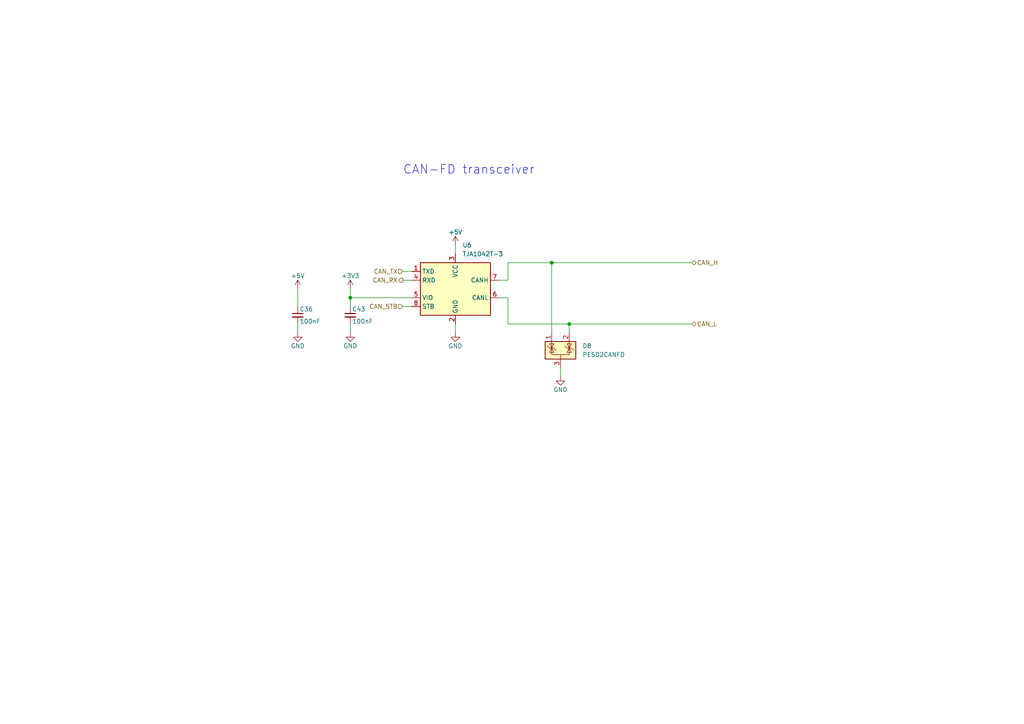
<source format=kicad_sch>
(kicad_sch (version 20211123) (generator eeschema)
  (paper "A4")
  (title_block (title "BMS 16S Control Board") (date "2022-03-15") (rev "0.2") (company "Libre Solar Technologies GmbH") (comment 1 "Website: https://libre.solar") (comment 2 "Author: Martin Jäger") (comment 3 "License: CERN-OHL-W"))
  (lib_symbols
    (symbol "Interface_CAN_LIN:TJA1042T-3"
      (property "Reference" "U" (at -10.16 8.89 0))
      (property "Value" "TJA1042T-3" (at 1.27 8.89 0))
      (symbol "TJA1042T-3_0_1"
        (rectangle (start -10.16 7.62) (end 10.16 -7.62) (stroke (width 0.254)) (fill (type background)))
      )
      (symbol "TJA1042T-3_1_1"
        (pin input line (at -12.7 5.08 0) (length 2.54) (name "TXD") (number "1"))
        (pin power_in line (at 0 -10.16 90) (length 2.54) (name "GND") (number "2"))
        (pin power_in line (at 0 10.16 270) (length 2.54) (name "VCC") (number "3"))
        (pin output line (at -12.7 2.54 0) (length 2.54) (name "RXD") (number "4"))
        (pin power_in line (at -12.7 -2.54 0) (length 2.54) (name "VIO") (number "5"))
        (pin bidirectional line (at 12.7 -2.54 180) (length 2.54) (name "CANL") (number "6"))
        (pin bidirectional line (at 12.7 2.54 180) (length 2.54) (name "CANH") (number "7"))
        (pin input line (at -12.7 -5.08 0) (length 2.54) (name "STB") (number "8"))
      )
    )
    (symbol "LibreSolar:C" (pin_numbers hide) (pin_names (offset 0.254) hide)
      (property "Reference" "C" (at 0.635 1.905 0))
      (property "Value" "C" (at 0.635 -1.905 0))
      (symbol "C_0_1"
        (polyline (pts (xy -1.524 -0.508) (xy 1.524 -0.508)) (stroke (width 0.3302)))
        (polyline (pts (xy -1.524 0.508) (xy 0 0.508) (xy 1.524 0.508)) (stroke (width 0.3048)))
      )
      (symbol "C_1_1"
        (pin passive line (at 0 2.54 270) (length 1.905) (name "~") (number "1"))
        (pin passive line (at 0 -2.54 90) (length 2.032) (name "~") (number "2"))
      )
    )
    (symbol "Power_Protection:NUP2105L" (pin_names hide)
      (property "Reference" "D" (at 5.715 2.54 0))
      (property "Value" "NUP2105L" (at 5.715 0.635 0))
      (symbol "NUP2105L_0_0"
        (pin passive line (at 0 -5.08 90) (length 2.54) (name "A") (number "3"))
      )
      (symbol "NUP2105L_0_1"
        (rectangle (start -4.445 2.54) (end 4.445 -2.54) (stroke (width 0.254)) (fill (type background)))
        (polyline (pts (xy -2.54 2.54) (xy -2.54 0.635)))
        (polyline (pts (xy 0 -1.27) (xy 0 -2.54)))
        (polyline (pts (xy 2.54 2.54) (xy 2.54 0.635)))
        (polyline (pts (xy -3.81 1.27) (xy -3.175 0.635) (xy -1.905 0.635) (xy -1.27 0)))
        (polyline (pts (xy -2.54 0.635) (xy -2.54 -1.27) (xy 2.54 -1.27) (xy 2.54 0.635)))
        (polyline (pts (xy -2.54 0.635) (xy -1.905 -0.635) (xy -3.175 -0.635) (xy -2.54 0.635)))
        (polyline (pts (xy 2.54 0.635) (xy 1.905 -0.635) (xy 3.175 -0.635) (xy 2.54 0.635)))
        (polyline (pts (xy 2.54 0.635) (xy 3.175 1.905) (xy 1.905 1.905) (xy 2.54 0.635)))
        (polyline (pts (xy -2.54 0.635) (xy -3.175 1.905) (xy -1.905 1.905) (xy -2.54 0.635) (xy -2.54 1.27)))
        (polyline (pts (xy 1.27 1.27) (xy 1.905 0.635) (xy 2.54 0.635) (xy 3.175 0.635) (xy 3.81 0)))
      )
      (symbol "NUP2105L_1_1"
        (pin passive line (at -2.54 5.08 270) (length 2.54) (name "K") (number "1"))
        (pin passive line (at 2.54 5.08 270) (length 2.54) (name "K") (number "2"))
      )
    )
    (symbol "power:+3.3V" (power) (pin_names (offset 0))
      (property "Value" "+3.3V" (at 0 3.556 0))
      (symbol "+3.3V_0_1"
        (polyline (pts (xy -0.762 1.27) (xy 0 2.54)))
        (polyline (pts (xy 0 0) (xy 0 2.54)))
        (polyline (pts (xy 0 2.54) (xy 0.762 1.27)))
      )
      (symbol "+3.3V_1_1"
        (pin power_in line (at 0 0 90) (length 0) hide (name "+3V3") (number "1"))
      )
    )
    (symbol "power:+5V" (power) (pin_names (offset 0))
      (property "Value" "+5V" (at 0 3.556 0))
      (symbol "+5V_0_1"
        (polyline (pts (xy -0.762 1.27) (xy 0 2.54)))
        (polyline (pts (xy 0 0) (xy 0 2.54)))
        (polyline (pts (xy 0 2.54) (xy 0.762 1.27)))
      )
      (symbol "+5V_1_1"
        (pin power_in line (at 0 0 90) (length 0) hide (name "+5V") (number "1"))
      )
    )
    (symbol "power:GND" (power) (pin_names (offset 0))
      (property "Value" "GND" (at 0 -3.81 0))
      (symbol "GND_0_1"
        (polyline (pts (xy 0 0) (xy 0 -1.27) (xy 1.27 -1.27) (xy 0 -2.54) (xy -1.27 -1.27) (xy 0 -1.27)))
      )
      (symbol "GND_1_1"
        (pin power_in line (at 0 0 270) (length 0) hide (name "GND") (number "1"))
      )
    )
  )
  (junction (at 160.02 76.2))
  (junction (at 101.6 86.36))
  (junction (at 165.1 93.98))
  (wire (pts (xy 160.02 76.2) (xy 200.66 76.2)))
  (wire (pts (xy 119.38 86.36) (xy 101.6 86.36)))
  (wire (pts (xy 86.36 88.9) (xy 86.36 83.82)))
  (wire (pts (xy 116.84 88.9) (xy 119.38 88.9)))
  (wire (pts (xy 101.6 86.36) (xy 101.6 83.82)))
  (wire (pts (xy 101.6 86.36) (xy 101.6 88.9)))
  (wire (pts (xy 116.84 78.74) (xy 119.38 78.74)))
  (wire (pts (xy 116.84 81.28) (xy 119.38 81.28)))
  (wire (pts (xy 147.32 93.98) (xy 147.32 86.36)))
  (wire (pts (xy 162.56 106.68) (xy 162.56 109.22)))
  (wire (pts (xy 86.36 96.52) (xy 86.36 93.98)))
  (wire (pts (xy 165.1 93.98) (xy 200.66 93.98)))
  (wire (pts (xy 101.6 96.52) (xy 101.6 93.98)))
  (wire (pts (xy 165.1 93.98) (xy 165.1 96.52)))
  (wire (pts (xy 160.02 76.2) (xy 160.02 96.52)))
  (wire (pts (xy 147.32 86.36) (xy 144.78 86.36)))
  (wire (pts (xy 132.08 93.98) (xy 132.08 96.52)))
  (wire (pts (xy 165.1 93.98) (xy 147.32 93.98)))
  (wire (pts (xy 144.78 81.28) (xy 147.32 81.28)))
  (wire (pts (xy 147.32 81.28) (xy 147.32 76.2)))
  (wire (pts (xy 147.32 76.2) (xy 160.02 76.2)))
  (wire (pts (xy 132.08 71.12) (xy 132.08 73.66)))
  (text "CAN-FD transceiver" (at 116.84 50.8 0) (effects (font (size 2.54 2.54)) (justify left bottom)))
  (hierarchical_label "CAN_TX" (shape input) (at 116.84 78.74 180))
  (hierarchical_label "CAN_L" (shape bidirectional) (at 200.66 93.98 0))
  (hierarchical_label "CAN_STB" (shape input) (at 116.84 88.9 180))
  (hierarchical_label "CAN_H" (shape bidirectional) (at 200.66 76.2 0))
  (hierarchical_label "CAN_RX" (shape output) (at 116.84 81.28 180))
  (symbol (lib_id "LibreSolar:C") (at 86.36 91.44 0) (unit 1)
    (property "Reference" "C36" (at 86.868 89.662 0) (effects (justify left)))
    (property "Value" "100nF" (at 86.868 93.218 0) (effects (justify left)))
    (property "Footprint" "LibreSolar:C_0603_1608" (effects hide))
    (property "Manufacturer" "any" (effects hide))
  )
  (symbol (lib_id "LibreSolar:C") (at 101.6 91.44 0) (unit 1)
    (property "Reference" "C43" (at 102.108 89.662 0) (effects (justify left)))
    (property "Value" "100nF" (at 102.108 93.218 0) (effects (justify left)))
    (property "Footprint" "LibreSolar:C_0603_1608" (effects hide))
    (property "Manufacturer" "any" (effects hide))
  )
  (symbol (lib_id "power:GND") (at 132.08 96.52 0) (unit 1)
    (property "Reference" "#PWR0131" (effects hide))
    (property "Value" "GND" (at 132.08 100.33 0))
  )
  (symbol (lib_id "power:+5V") (at 86.36 83.82 0) (unit 1)
    (property "Reference" "#PWR0147" (effects hide))
    (property "Value" "+5V" (at 86.36 80.01 0))
  )
  (symbol (lib_id "Interface_CAN_LIN:TJA1042T-3") (at 132.08 83.82 0) (unit 1)
    (property "Reference" "U6" (at 134.0994 71.12 0) (effects (justify left)))
    (property "Value" "TJA1042T-3" (at 134.0994 73.66 0) (effects (justify left)))
    (property "Footprint" "Package_SO:SOIC-8_3.9x4.9mm_P1.27mm" (effects hide))
    (property "Datasheet" "http://www.nxp.com/documents/data_sheet/TJA1042.pdf" (effects hide))
    (property "Manufacturer" "NXP" (effects hide))
    (property "PartNumber" "TJA1042T/3" (effects hide))
    (property "Remarks" "Alternative: Texas Instruments TCAN1042V" (effects hide))
  )
  (symbol (lib_id "Power_Protection:NUP2105L") (at 162.56 101.6 0) (unit 1)
    (property "Reference" "D8" (at 168.91 100.3299 0) (effects (justify left)))
    (property "Value" "PESD2CANFD" (at 168.91 102.8699 0) (effects (justify left)))
    (property "Footprint" "Package_TO_SOT_SMD:SOT-23" (effects hide))
    (property "Manufacturer" "Nexperia" (effects hide))
    (property "PartNumber" "PESD2CANFD24V-TR" (effects hide))
    (property "Remarks" "Alternative: onsemi ESDONCAN1LT" (effects hide))
  )
  (symbol (lib_id "power:GND") (at 86.36 96.52 0) (unit 1)
    (property "Reference" "#PWR0132" (effects hide))
    (property "Value" "GND" (at 86.36 100.33 0))
  )
  (symbol (lib_id "power:+3.3V") (at 101.6 83.82 0) (unit 1)
    (property "Reference" "#PWR0130" (effects hide))
    (property "Value" "+3.3V" (at 101.6 80.01 0))
  )
  (symbol (lib_id "power:+5V") (at 132.08 71.12 0) (unit 1)
    (property "Reference" "#PWR0146" (effects hide))
    (property "Value" "+5V" (at 132.08 67.31 0))
  )
  (symbol (lib_id "power:GND") (at 162.56 109.22 0) (unit 1)
    (property "Reference" "#PWR0149" (effects hide))
    (property "Value" "GND" (at 162.56 113.03 0))
  )
  (symbol (lib_id "power:GND") (at 101.6 96.52 0) (unit 1)
    (property "Reference" "#PWR0148" (effects hide))
    (property "Value" "GND" (at 101.6 100.33 0))
  )
)
</source>
